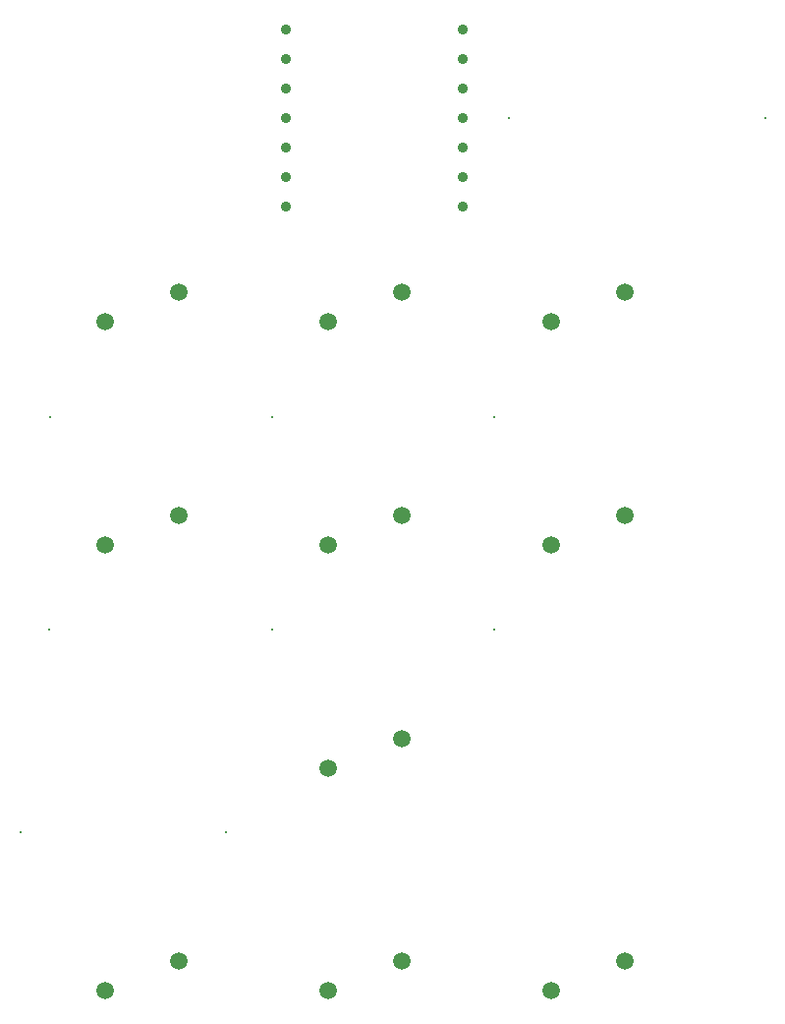
<source format=gbr>
%TF.GenerationSoftware,KiCad,Pcbnew,9.0.6*%
%TF.CreationDate,2025-12-08T11:04:53+13:00*%
%TF.ProjectId,hacropad,68616372-6f70-4616-942e-6b696361645f,rev?*%
%TF.SameCoordinates,Original*%
%TF.FileFunction,Plated,1,2,PTH,Drill*%
%TF.FilePolarity,Positive*%
%FSLAX46Y46*%
G04 Gerber Fmt 4.6, Leading zero omitted, Abs format (unit mm)*
G04 Created by KiCad (PCBNEW 9.0.6) date 2025-12-08 11:04:53*
%MOMM*%
%LPD*%
G01*
G04 APERTURE LIST*
%TA.AperFunction,ViaDrill*%
%ADD10C,0.300000*%
%TD*%
%TA.AperFunction,ComponentDrill*%
%ADD11C,0.889000*%
%TD*%
%TA.AperFunction,ComponentDrill*%
%ADD12C,1.500000*%
%TD*%
G04 APERTURE END LIST*
D10*
X117000000Y-95540000D03*
X119500000Y-78100000D03*
X119540000Y-59800000D03*
X134740000Y-95530000D03*
X138680000Y-59800000D03*
X138720000Y-78080000D03*
X157825000Y-78105000D03*
X157850000Y-59800000D03*
X159105000Y-34105000D03*
X181170000Y-34080000D03*
D11*
%TO.C,U1*%
X139840000Y-26468500D03*
X139840000Y-29008500D03*
X139840000Y-31548500D03*
X139840000Y-34088500D03*
X139840000Y-36628500D03*
X139840000Y-39168500D03*
X139840000Y-41708500D03*
X155080000Y-26468500D03*
X155080000Y-29008500D03*
X155080000Y-31548500D03*
X155080000Y-34088500D03*
X155080000Y-36628500D03*
X155080000Y-39168500D03*
X155080000Y-41708500D03*
D12*
%TO.C,SW1*%
X124320000Y-51620000D03*
%TO.C,SW4*%
X124320000Y-70820000D03*
%TO.C,SW8*%
X124320000Y-109210000D03*
%TO.C,SW1*%
X130670000Y-49080000D03*
%TO.C,SW4*%
X130670000Y-68280000D03*
%TO.C,SW8*%
X130670000Y-106670000D03*
%TO.C,SW2*%
X143520000Y-51620000D03*
%TO.C,SW5*%
X143520000Y-70820000D03*
%TO.C,SW7*%
X143520000Y-90020000D03*
%TO.C,SW9*%
X143520000Y-109210000D03*
%TO.C,SW2*%
X149870000Y-49080000D03*
%TO.C,SW5*%
X149870000Y-68280000D03*
%TO.C,SW7*%
X149870000Y-87480000D03*
%TO.C,SW9*%
X149870000Y-106670000D03*
%TO.C,SW3*%
X162720000Y-51620000D03*
%TO.C,SW6*%
X162720000Y-70820000D03*
%TO.C,SW10*%
X162720000Y-109210000D03*
%TO.C,SW3*%
X169070000Y-49080000D03*
%TO.C,SW6*%
X169070000Y-68280000D03*
%TO.C,SW10*%
X169070000Y-106670000D03*
M02*

</source>
